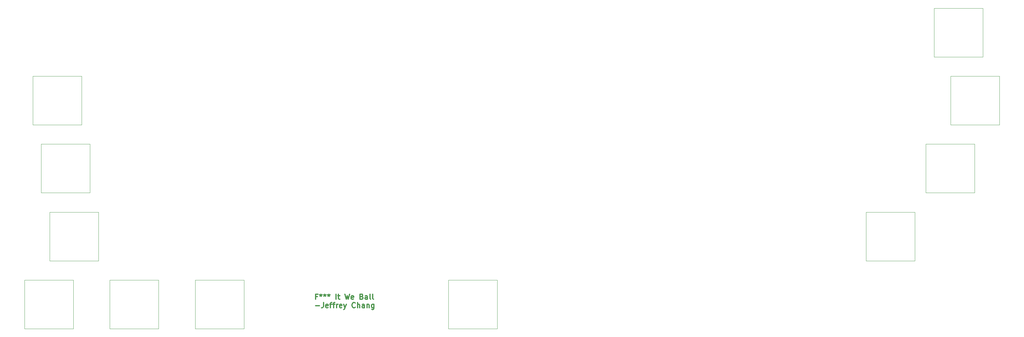
<source format=gto>
%TF.GenerationSoftware,KiCad,Pcbnew,7.0.7*%
%TF.CreationDate,2023-12-10T00:54:24-06:00*%
%TF.ProjectId,Keyboard,4b657962-6f61-4726-942e-6b696361645f,rev?*%
%TF.SameCoordinates,Original*%
%TF.FileFunction,Legend,Top*%
%TF.FilePolarity,Positive*%
%FSLAX46Y46*%
G04 Gerber Fmt 4.6, Leading zero omitted, Abs format (unit mm)*
G04 Created by KiCad (PCBNEW 7.0.7) date 2023-12-10 00:54:24*
%MOMM*%
%LPD*%
G01*
G04 APERTURE LIST*
%ADD10C,0.300000*%
%ADD11C,0.120000*%
G04 APERTURE END LIST*
D10*
X133879510Y-165650114D02*
X133379510Y-165650114D01*
X133379510Y-166435828D02*
X133379510Y-164935828D01*
X133379510Y-164935828D02*
X134093796Y-164935828D01*
X134879510Y-164935828D02*
X134879510Y-165292971D01*
X134522367Y-165150114D02*
X134879510Y-165292971D01*
X134879510Y-165292971D02*
X135236653Y-165150114D01*
X134665224Y-165578685D02*
X134879510Y-165292971D01*
X134879510Y-165292971D02*
X135093796Y-165578685D01*
X136022367Y-164935828D02*
X136022367Y-165292971D01*
X135665224Y-165150114D02*
X136022367Y-165292971D01*
X136022367Y-165292971D02*
X136379510Y-165150114D01*
X135808081Y-165578685D02*
X136022367Y-165292971D01*
X136022367Y-165292971D02*
X136236653Y-165578685D01*
X137165224Y-164935828D02*
X137165224Y-165292971D01*
X136808081Y-165150114D02*
X137165224Y-165292971D01*
X137165224Y-165292971D02*
X137522367Y-165150114D01*
X136950938Y-165578685D02*
X137165224Y-165292971D01*
X137165224Y-165292971D02*
X137379510Y-165578685D01*
X139236652Y-166435828D02*
X139236652Y-164935828D01*
X139736653Y-165435828D02*
X140308081Y-165435828D01*
X139950938Y-164935828D02*
X139950938Y-166221542D01*
X139950938Y-166221542D02*
X140022367Y-166364400D01*
X140022367Y-166364400D02*
X140165224Y-166435828D01*
X140165224Y-166435828D02*
X140308081Y-166435828D01*
X141808081Y-164935828D02*
X142165224Y-166435828D01*
X142165224Y-166435828D02*
X142450938Y-165364400D01*
X142450938Y-165364400D02*
X142736653Y-166435828D01*
X142736653Y-166435828D02*
X143093796Y-164935828D01*
X144236653Y-166364400D02*
X144093796Y-166435828D01*
X144093796Y-166435828D02*
X143808082Y-166435828D01*
X143808082Y-166435828D02*
X143665224Y-166364400D01*
X143665224Y-166364400D02*
X143593796Y-166221542D01*
X143593796Y-166221542D02*
X143593796Y-165650114D01*
X143593796Y-165650114D02*
X143665224Y-165507257D01*
X143665224Y-165507257D02*
X143808082Y-165435828D01*
X143808082Y-165435828D02*
X144093796Y-165435828D01*
X144093796Y-165435828D02*
X144236653Y-165507257D01*
X144236653Y-165507257D02*
X144308082Y-165650114D01*
X144308082Y-165650114D02*
X144308082Y-165792971D01*
X144308082Y-165792971D02*
X143593796Y-165935828D01*
X146593795Y-165650114D02*
X146808081Y-165721542D01*
X146808081Y-165721542D02*
X146879510Y-165792971D01*
X146879510Y-165792971D02*
X146950938Y-165935828D01*
X146950938Y-165935828D02*
X146950938Y-166150114D01*
X146950938Y-166150114D02*
X146879510Y-166292971D01*
X146879510Y-166292971D02*
X146808081Y-166364400D01*
X146808081Y-166364400D02*
X146665224Y-166435828D01*
X146665224Y-166435828D02*
X146093795Y-166435828D01*
X146093795Y-166435828D02*
X146093795Y-164935828D01*
X146093795Y-164935828D02*
X146593795Y-164935828D01*
X146593795Y-164935828D02*
X146736653Y-165007257D01*
X146736653Y-165007257D02*
X146808081Y-165078685D01*
X146808081Y-165078685D02*
X146879510Y-165221542D01*
X146879510Y-165221542D02*
X146879510Y-165364400D01*
X146879510Y-165364400D02*
X146808081Y-165507257D01*
X146808081Y-165507257D02*
X146736653Y-165578685D01*
X146736653Y-165578685D02*
X146593795Y-165650114D01*
X146593795Y-165650114D02*
X146093795Y-165650114D01*
X148236653Y-166435828D02*
X148236653Y-165650114D01*
X148236653Y-165650114D02*
X148165224Y-165507257D01*
X148165224Y-165507257D02*
X148022367Y-165435828D01*
X148022367Y-165435828D02*
X147736653Y-165435828D01*
X147736653Y-165435828D02*
X147593795Y-165507257D01*
X148236653Y-166364400D02*
X148093795Y-166435828D01*
X148093795Y-166435828D02*
X147736653Y-166435828D01*
X147736653Y-166435828D02*
X147593795Y-166364400D01*
X147593795Y-166364400D02*
X147522367Y-166221542D01*
X147522367Y-166221542D02*
X147522367Y-166078685D01*
X147522367Y-166078685D02*
X147593795Y-165935828D01*
X147593795Y-165935828D02*
X147736653Y-165864400D01*
X147736653Y-165864400D02*
X148093795Y-165864400D01*
X148093795Y-165864400D02*
X148236653Y-165792971D01*
X149165224Y-166435828D02*
X149022367Y-166364400D01*
X149022367Y-166364400D02*
X148950938Y-166221542D01*
X148950938Y-166221542D02*
X148950938Y-164935828D01*
X149950938Y-166435828D02*
X149808081Y-166364400D01*
X149808081Y-166364400D02*
X149736652Y-166221542D01*
X149736652Y-166221542D02*
X149736652Y-164935828D01*
X133379510Y-168279400D02*
X134522368Y-168279400D01*
X135665225Y-167350828D02*
X135665225Y-168422257D01*
X135665225Y-168422257D02*
X135593796Y-168636542D01*
X135593796Y-168636542D02*
X135450939Y-168779400D01*
X135450939Y-168779400D02*
X135236653Y-168850828D01*
X135236653Y-168850828D02*
X135093796Y-168850828D01*
X136950939Y-168779400D02*
X136808082Y-168850828D01*
X136808082Y-168850828D02*
X136522368Y-168850828D01*
X136522368Y-168850828D02*
X136379510Y-168779400D01*
X136379510Y-168779400D02*
X136308082Y-168636542D01*
X136308082Y-168636542D02*
X136308082Y-168065114D01*
X136308082Y-168065114D02*
X136379510Y-167922257D01*
X136379510Y-167922257D02*
X136522368Y-167850828D01*
X136522368Y-167850828D02*
X136808082Y-167850828D01*
X136808082Y-167850828D02*
X136950939Y-167922257D01*
X136950939Y-167922257D02*
X137022368Y-168065114D01*
X137022368Y-168065114D02*
X137022368Y-168207971D01*
X137022368Y-168207971D02*
X136308082Y-168350828D01*
X137450939Y-167850828D02*
X138022367Y-167850828D01*
X137665224Y-168850828D02*
X137665224Y-167565114D01*
X137665224Y-167565114D02*
X137736653Y-167422257D01*
X137736653Y-167422257D02*
X137879510Y-167350828D01*
X137879510Y-167350828D02*
X138022367Y-167350828D01*
X138308082Y-167850828D02*
X138879510Y-167850828D01*
X138522367Y-168850828D02*
X138522367Y-167565114D01*
X138522367Y-167565114D02*
X138593796Y-167422257D01*
X138593796Y-167422257D02*
X138736653Y-167350828D01*
X138736653Y-167350828D02*
X138879510Y-167350828D01*
X139379510Y-168850828D02*
X139379510Y-167850828D01*
X139379510Y-168136542D02*
X139450939Y-167993685D01*
X139450939Y-167993685D02*
X139522368Y-167922257D01*
X139522368Y-167922257D02*
X139665225Y-167850828D01*
X139665225Y-167850828D02*
X139808082Y-167850828D01*
X140879510Y-168779400D02*
X140736653Y-168850828D01*
X140736653Y-168850828D02*
X140450939Y-168850828D01*
X140450939Y-168850828D02*
X140308081Y-168779400D01*
X140308081Y-168779400D02*
X140236653Y-168636542D01*
X140236653Y-168636542D02*
X140236653Y-168065114D01*
X140236653Y-168065114D02*
X140308081Y-167922257D01*
X140308081Y-167922257D02*
X140450939Y-167850828D01*
X140450939Y-167850828D02*
X140736653Y-167850828D01*
X140736653Y-167850828D02*
X140879510Y-167922257D01*
X140879510Y-167922257D02*
X140950939Y-168065114D01*
X140950939Y-168065114D02*
X140950939Y-168207971D01*
X140950939Y-168207971D02*
X140236653Y-168350828D01*
X141450938Y-167850828D02*
X141808081Y-168850828D01*
X142165224Y-167850828D02*
X141808081Y-168850828D01*
X141808081Y-168850828D02*
X141665224Y-169207971D01*
X141665224Y-169207971D02*
X141593795Y-169279400D01*
X141593795Y-169279400D02*
X141450938Y-169350828D01*
X144736652Y-168707971D02*
X144665224Y-168779400D01*
X144665224Y-168779400D02*
X144450938Y-168850828D01*
X144450938Y-168850828D02*
X144308081Y-168850828D01*
X144308081Y-168850828D02*
X144093795Y-168779400D01*
X144093795Y-168779400D02*
X143950938Y-168636542D01*
X143950938Y-168636542D02*
X143879509Y-168493685D01*
X143879509Y-168493685D02*
X143808081Y-168207971D01*
X143808081Y-168207971D02*
X143808081Y-167993685D01*
X143808081Y-167993685D02*
X143879509Y-167707971D01*
X143879509Y-167707971D02*
X143950938Y-167565114D01*
X143950938Y-167565114D02*
X144093795Y-167422257D01*
X144093795Y-167422257D02*
X144308081Y-167350828D01*
X144308081Y-167350828D02*
X144450938Y-167350828D01*
X144450938Y-167350828D02*
X144665224Y-167422257D01*
X144665224Y-167422257D02*
X144736652Y-167493685D01*
X145379509Y-168850828D02*
X145379509Y-167350828D01*
X146022367Y-168850828D02*
X146022367Y-168065114D01*
X146022367Y-168065114D02*
X145950938Y-167922257D01*
X145950938Y-167922257D02*
X145808081Y-167850828D01*
X145808081Y-167850828D02*
X145593795Y-167850828D01*
X145593795Y-167850828D02*
X145450938Y-167922257D01*
X145450938Y-167922257D02*
X145379509Y-167993685D01*
X147379510Y-168850828D02*
X147379510Y-168065114D01*
X147379510Y-168065114D02*
X147308081Y-167922257D01*
X147308081Y-167922257D02*
X147165224Y-167850828D01*
X147165224Y-167850828D02*
X146879510Y-167850828D01*
X146879510Y-167850828D02*
X146736652Y-167922257D01*
X147379510Y-168779400D02*
X147236652Y-168850828D01*
X147236652Y-168850828D02*
X146879510Y-168850828D01*
X146879510Y-168850828D02*
X146736652Y-168779400D01*
X146736652Y-168779400D02*
X146665224Y-168636542D01*
X146665224Y-168636542D02*
X146665224Y-168493685D01*
X146665224Y-168493685D02*
X146736652Y-168350828D01*
X146736652Y-168350828D02*
X146879510Y-168279400D01*
X146879510Y-168279400D02*
X147236652Y-168279400D01*
X147236652Y-168279400D02*
X147379510Y-168207971D01*
X148093795Y-167850828D02*
X148093795Y-168850828D01*
X148093795Y-167993685D02*
X148165224Y-167922257D01*
X148165224Y-167922257D02*
X148308081Y-167850828D01*
X148308081Y-167850828D02*
X148522367Y-167850828D01*
X148522367Y-167850828D02*
X148665224Y-167922257D01*
X148665224Y-167922257D02*
X148736653Y-168065114D01*
X148736653Y-168065114D02*
X148736653Y-168850828D01*
X150093796Y-167850828D02*
X150093796Y-169065114D01*
X150093796Y-169065114D02*
X150022367Y-169207971D01*
X150022367Y-169207971D02*
X149950938Y-169279400D01*
X149950938Y-169279400D02*
X149808081Y-169350828D01*
X149808081Y-169350828D02*
X149593796Y-169350828D01*
X149593796Y-169350828D02*
X149450938Y-169279400D01*
X150093796Y-168779400D02*
X149950938Y-168850828D01*
X149950938Y-168850828D02*
X149665224Y-168850828D01*
X149665224Y-168850828D02*
X149522367Y-168779400D01*
X149522367Y-168779400D02*
X149450938Y-168707971D01*
X149450938Y-168707971D02*
X149379510Y-168565114D01*
X149379510Y-168565114D02*
X149379510Y-168136542D01*
X149379510Y-168136542D02*
X149450938Y-167993685D01*
X149450938Y-167993685D02*
X149522367Y-167922257D01*
X149522367Y-167922257D02*
X149665224Y-167850828D01*
X149665224Y-167850828D02*
X149950938Y-167850828D01*
X149950938Y-167850828D02*
X150093796Y-167922257D01*
D11*
X54847500Y-121915000D02*
X68817500Y-121915000D01*
X54847500Y-135885000D02*
X54847500Y-121915000D01*
X68817500Y-121915000D02*
X68817500Y-135885000D01*
X68817500Y-135885000D02*
X54847500Y-135885000D01*
X98947500Y-160915000D02*
X112917500Y-160915000D01*
X98947500Y-174885000D02*
X98947500Y-160915000D01*
X112917500Y-160915000D02*
X112917500Y-174885000D01*
X112917500Y-174885000D02*
X98947500Y-174885000D01*
X315187500Y-102415000D02*
X329157500Y-102415000D01*
X315187500Y-116385000D02*
X315187500Y-102415000D01*
X329157500Y-102415000D02*
X329157500Y-116385000D01*
X329157500Y-116385000D02*
X315187500Y-116385000D01*
X50097500Y-160915000D02*
X64067500Y-160915000D01*
X50097500Y-174885000D02*
X50097500Y-160915000D01*
X64067500Y-160915000D02*
X64067500Y-174885000D01*
X64067500Y-174885000D02*
X50097500Y-174885000D01*
X171447500Y-160915000D02*
X185417500Y-160915000D01*
X171447500Y-174885000D02*
X171447500Y-160915000D01*
X185417500Y-160915000D02*
X185417500Y-174885000D01*
X185417500Y-174885000D02*
X171447500Y-174885000D01*
X290947500Y-141415000D02*
X304917500Y-141415000D01*
X290947500Y-155385000D02*
X290947500Y-141415000D01*
X304917500Y-141415000D02*
X304917500Y-155385000D01*
X304917500Y-155385000D02*
X290947500Y-155385000D01*
X74447500Y-160915000D02*
X88417500Y-160915000D01*
X74447500Y-174885000D02*
X74447500Y-160915000D01*
X88417500Y-160915000D02*
X88417500Y-174885000D01*
X88417500Y-174885000D02*
X74447500Y-174885000D01*
X308047500Y-121915000D02*
X322017500Y-121915000D01*
X308047500Y-135885000D02*
X308047500Y-121915000D01*
X322017500Y-121915000D02*
X322017500Y-135885000D01*
X322017500Y-135885000D02*
X308047500Y-135885000D01*
X310447500Y-82915000D02*
X324417500Y-82915000D01*
X310447500Y-96885000D02*
X310447500Y-82915000D01*
X324417500Y-82915000D02*
X324417500Y-96885000D01*
X324417500Y-96885000D02*
X310447500Y-96885000D01*
X57247500Y-141415000D02*
X71217500Y-141415000D01*
X57247500Y-155385000D02*
X57247500Y-141415000D01*
X71217500Y-141415000D02*
X71217500Y-155385000D01*
X71217500Y-155385000D02*
X57247500Y-155385000D01*
X52447500Y-102415000D02*
X66417500Y-102415000D01*
X52447500Y-116385000D02*
X52447500Y-102415000D01*
X66417500Y-102415000D02*
X66417500Y-116385000D01*
X66417500Y-116385000D02*
X52447500Y-116385000D01*
M02*

</source>
